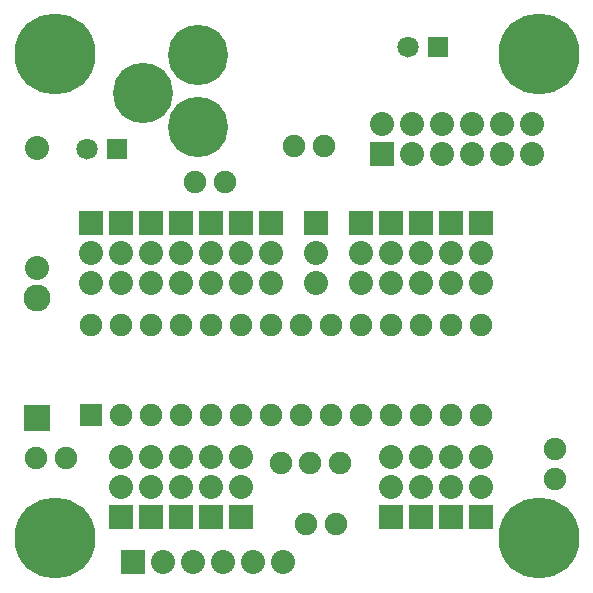
<source format=gbs>
G04 #@! TF.FileFunction,Soldermask,Bot*
%FSLAX46Y46*%
G04 Gerber Fmt 4.6, Leading zero omitted, Abs format (unit mm)*
G04 Created by KiCad (PCBNEW (after 2015-mar-04 BZR unknown)-product) date 11/22/2015 8:39:50 PM*
%MOMM*%
G01*
G04 APERTURE LIST*
%ADD10C,0.150000*%
%ADD11C,1.905000*%
%ADD12R,1.905000X1.905000*%
%ADD13R,2.032000X2.032000*%
%ADD14C,2.032000*%
%ADD15C,2.286000*%
%ADD16R,2.286000X2.286000*%
%ADD17C,6.858000*%
%ADD18R,1.808000X1.808000*%
%ADD19C,1.808000*%
%ADD20C,5.108000*%
G04 APERTURE END LIST*
D10*
D11*
X116788000Y-61816000D03*
X114248000Y-61816000D03*
X94944000Y-88232000D03*
X92404000Y-88232000D03*
X108406000Y-64864000D03*
X105866000Y-64864000D03*
X99652000Y-84544000D03*
X102192000Y-84544000D03*
X104732000Y-84544000D03*
X107272000Y-84544000D03*
X109812000Y-84544000D03*
X112352000Y-84544000D03*
X114892000Y-84544000D03*
X117432000Y-84544000D03*
X119972000Y-84544000D03*
X122512000Y-84544000D03*
X125052000Y-84544000D03*
X127592000Y-84544000D03*
X130132000Y-84544000D03*
D12*
X97112000Y-84544000D03*
D11*
X130132000Y-76924000D03*
X127592000Y-76924000D03*
X125052000Y-76924000D03*
X122512000Y-76924000D03*
X119972000Y-76924000D03*
X117432000Y-76924000D03*
X114892000Y-76924000D03*
X112352000Y-76924000D03*
X109812000Y-76924000D03*
X107272000Y-76924000D03*
X104732000Y-76924000D03*
X102192000Y-76924000D03*
X99652000Y-76924000D03*
X97112000Y-76924000D03*
D13*
X100650000Y-97000000D03*
D14*
X103190000Y-97000000D03*
X105730000Y-97000000D03*
X108270000Y-97000000D03*
X110810000Y-97000000D03*
X113350000Y-97000000D03*
D13*
X109812000Y-93180000D03*
D14*
X109812000Y-90640000D03*
X109812000Y-88100000D03*
D13*
X119972000Y-68288000D03*
D14*
X119972000Y-70828000D03*
X119972000Y-73368000D03*
D13*
X122512000Y-68288000D03*
D14*
X122512000Y-70828000D03*
X122512000Y-73368000D03*
D13*
X125052000Y-68288000D03*
D14*
X125052000Y-70828000D03*
X125052000Y-73368000D03*
D13*
X127592000Y-68288000D03*
D14*
X127592000Y-70828000D03*
X127592000Y-73368000D03*
D13*
X130132000Y-68288000D03*
D14*
X130132000Y-70828000D03*
X130132000Y-73368000D03*
D13*
X130132000Y-93180000D03*
D14*
X130132000Y-90640000D03*
X130132000Y-88100000D03*
D13*
X127592000Y-93180000D03*
D14*
X127592000Y-90640000D03*
X127592000Y-88100000D03*
D13*
X125052000Y-93180000D03*
D14*
X125052000Y-90640000D03*
X125052000Y-88100000D03*
D13*
X122512000Y-93180000D03*
D14*
X122512000Y-90640000D03*
X122512000Y-88100000D03*
D13*
X109812000Y-68288000D03*
D14*
X109812000Y-70828000D03*
X109812000Y-73368000D03*
D13*
X107272000Y-93180000D03*
D14*
X107272000Y-90640000D03*
X107272000Y-88100000D03*
D13*
X104732000Y-93180000D03*
D14*
X104732000Y-90640000D03*
X104732000Y-88100000D03*
D13*
X102192000Y-93180000D03*
D14*
X102192000Y-90640000D03*
X102192000Y-88100000D03*
D13*
X99652000Y-93180000D03*
D14*
X99652000Y-90640000D03*
X99652000Y-88100000D03*
D13*
X97112000Y-68288000D03*
D14*
X97112000Y-70828000D03*
X97112000Y-73368000D03*
D13*
X99652000Y-68288000D03*
D14*
X99652000Y-70828000D03*
X99652000Y-73368000D03*
D13*
X102192000Y-68288000D03*
D14*
X102192000Y-70828000D03*
X102192000Y-73368000D03*
D13*
X104732000Y-68288000D03*
D14*
X104732000Y-70828000D03*
X104732000Y-73368000D03*
D13*
X107272000Y-68288000D03*
D14*
X107272000Y-70828000D03*
X107272000Y-73368000D03*
D15*
X92540000Y-74638000D03*
D16*
X92540000Y-84798000D03*
D14*
X92540000Y-61938000D03*
X92540000Y-72098000D03*
D13*
X112352000Y-68288000D03*
D14*
X112352000Y-70828000D03*
X112352000Y-73368000D03*
D13*
X116162000Y-68288000D03*
D14*
X116162000Y-70828000D03*
X116162000Y-73368000D03*
D11*
X118153360Y-88608000D03*
X113154640Y-88608000D03*
X115654000Y-88608000D03*
D13*
X121750000Y-62446000D03*
D14*
X121750000Y-59906000D03*
X124290000Y-62446000D03*
X124290000Y-59906000D03*
X126830000Y-62446000D03*
X126830000Y-59906000D03*
X129370000Y-62446000D03*
X129370000Y-59906000D03*
X131910000Y-62446000D03*
X131910000Y-59906000D03*
X134450000Y-62446000D03*
X134450000Y-59906000D03*
D11*
X115264000Y-93820000D03*
X117804000Y-93820000D03*
X136346000Y-87470000D03*
X136346000Y-90010000D03*
D17*
X94000000Y-54000000D03*
X135000000Y-54000000D03*
X135000000Y-95000000D03*
X94000000Y-95000000D03*
D18*
X99262000Y-62070000D03*
D19*
X96762000Y-62070000D03*
D18*
X126440000Y-53434000D03*
D19*
X123940000Y-53434000D03*
D20*
X106120000Y-54069000D03*
X106120000Y-60169000D03*
X101520000Y-57269000D03*
M02*

</source>
